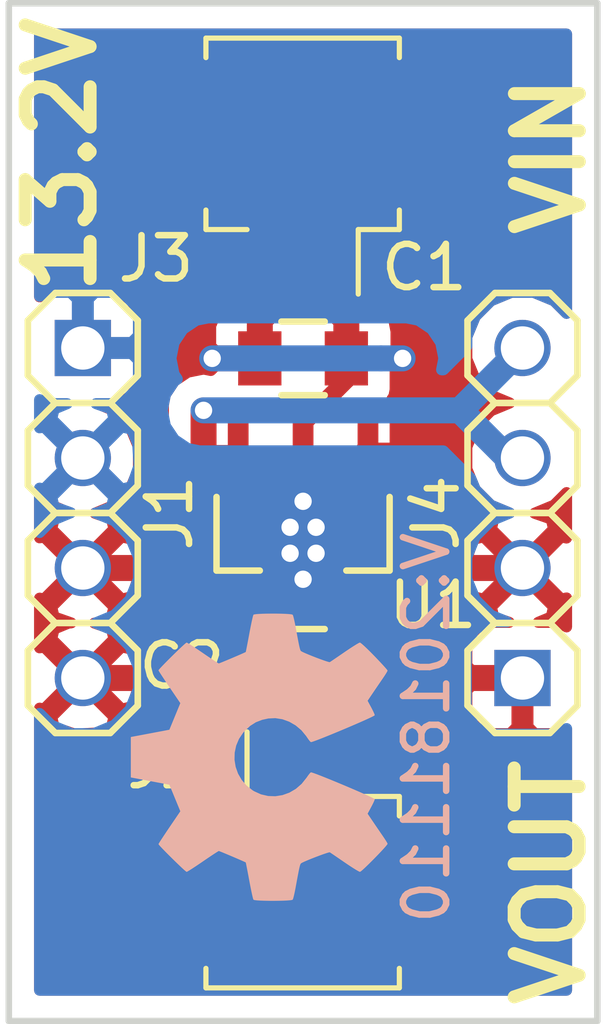
<source format=kicad_pcb>
(kicad_pcb (version 20171130) (host pcbnew 5.0.1-33cea8e~68~ubuntu18.04.1)

  (general
    (thickness 1.6)
    (drawings 7)
    (tracks 48)
    (zones 0)
    (modules 9)
    (nets 4)
  )

  (page A4)
  (layers
    (0 F.Cu signal)
    (31 B.Cu signal)
    (32 B.Adhes user)
    (33 F.Adhes user)
    (34 B.Paste user)
    (35 F.Paste user)
    (36 B.SilkS user)
    (37 F.SilkS user)
    (38 B.Mask user)
    (39 F.Mask user)
    (40 Dwgs.User user)
    (41 Cmts.User user)
    (42 Eco1.User user)
    (43 Eco2.User user)
    (44 Edge.Cuts user)
    (45 Margin user)
    (46 B.CrtYd user)
    (47 F.CrtYd user)
    (48 B.Fab user)
    (49 F.Fab user)
  )

  (setup
    (last_trace_width 0.1524)
    (user_trace_width 0.1524)
    (user_trace_width 0.2)
    (user_trace_width 0.3)
    (user_trace_width 0.4)
    (user_trace_width 0.6)
    (user_trace_width 1)
    (user_trace_width 1.5)
    (user_trace_width 2)
    (trace_clearance 0.1524)
    (zone_clearance 0.508)
    (zone_45_only no)
    (trace_min 0.1524)
    (segment_width 0.2)
    (edge_width 0.15)
    (via_size 0.381)
    (via_drill 0.254)
    (via_min_size 0.381)
    (via_min_drill 0.254)
    (user_via 0.381 0.254)
    (user_via 0.55 0.4)
    (user_via 0.75 0.6)
    (user_via 0.95 0.8)
    (user_via 1.3 1)
    (user_via 1.5 1.2)
    (user_via 1.7 1.4)
    (user_via 1.9 1.6)
    (uvia_size 0.381)
    (uvia_drill 0.254)
    (uvias_allowed no)
    (uvia_min_size 0.381)
    (uvia_min_drill 0.254)
    (pcb_text_width 0.3)
    (pcb_text_size 1.5 1.5)
    (mod_edge_width 0.15)
    (mod_text_size 1 1)
    (mod_text_width 0.15)
    (pad_size 1.524 1.524)
    (pad_drill 0.762)
    (pad_to_mask_clearance 0.1)
    (solder_mask_min_width 0.25)
    (aux_axis_origin 0 0)
    (visible_elements FFFFFF7F)
    (pcbplotparams
      (layerselection 0x010f0_ffffffff)
      (usegerberextensions true)
      (usegerberattributes false)
      (usegerberadvancedattributes false)
      (creategerberjobfile false)
      (excludeedgelayer true)
      (linewidth 0.100000)
      (plotframeref false)
      (viasonmask false)
      (mode 1)
      (useauxorigin false)
      (hpglpennumber 1)
      (hpglpenspeed 20)
      (hpglpendiameter 15.000000)
      (psnegative false)
      (psa4output false)
      (plotreference true)
      (plotvalue true)
      (plotinvisibletext false)
      (padsonsilk false)
      (subtractmaskfromsilk false)
      (outputformat 1)
      (mirror false)
      (drillshape 0)
      (scaleselection 1)
      (outputdirectory "MCP1702_SOT89_breakoutmodule_plots"))
  )

  (net 0 "")
  (net 1 +12V)
  (net 2 GND)
  (net 3 VDD)

  (net_class Default "This is the default net class."
    (clearance 0.1524)
    (trace_width 0.1524)
    (via_dia 0.381)
    (via_drill 0.254)
    (uvia_dia 0.381)
    (uvia_drill 0.254)
    (add_net +12V)
    (add_net GND)
    (add_net VDD)
  )

  (module Symbols:OSHW-Symbol_6.7x6mm_SilkScreen (layer B.Cu) (tedit 0) (tstamp 5A135134)
    (at 134.9 83.1 270)
    (descr "Open Source Hardware Symbol")
    (tags "Logo Symbol OSHW")
    (path /5A135869)
    (attr virtual)
    (fp_text reference N1 (at 0 0 270) (layer B.SilkS) hide
      (effects (font (size 1 1) (thickness 0.15)) (justify mirror))
    )
    (fp_text value OHWLOGO (at 0.75 0 270) (layer B.Fab) hide
      (effects (font (size 1 1) (thickness 0.15)) (justify mirror))
    )
    (fp_poly (pts (xy 0.555814 2.531069) (xy 0.639635 2.086445) (xy 0.94892 1.958947) (xy 1.258206 1.831449)
      (xy 1.629246 2.083754) (xy 1.733157 2.154004) (xy 1.827087 2.216728) (xy 1.906652 2.269062)
      (xy 1.96747 2.308143) (xy 2.005157 2.331107) (xy 2.015421 2.336058) (xy 2.03391 2.323324)
      (xy 2.07342 2.288118) (xy 2.129522 2.234938) (xy 2.197787 2.168282) (xy 2.273786 2.092646)
      (xy 2.353092 2.012528) (xy 2.431275 1.932426) (xy 2.503907 1.856836) (xy 2.566559 1.790255)
      (xy 2.614803 1.737182) (xy 2.64421 1.702113) (xy 2.651241 1.690377) (xy 2.641123 1.66874)
      (xy 2.612759 1.621338) (xy 2.569129 1.552807) (xy 2.513218 1.467785) (xy 2.448006 1.370907)
      (xy 2.410219 1.31565) (xy 2.341343 1.214752) (xy 2.28014 1.123701) (xy 2.229578 1.04703)
      (xy 2.192628 0.989272) (xy 2.172258 0.954957) (xy 2.169197 0.947746) (xy 2.176136 0.927252)
      (xy 2.195051 0.879487) (xy 2.223087 0.811168) (xy 2.257391 0.729011) (xy 2.295109 0.63973)
      (xy 2.333387 0.550042) (xy 2.36937 0.466662) (xy 2.400206 0.396306) (xy 2.423039 0.34569)
      (xy 2.435017 0.321529) (xy 2.435724 0.320578) (xy 2.454531 0.315964) (xy 2.504618 0.305672)
      (xy 2.580793 0.290713) (xy 2.677865 0.272099) (xy 2.790643 0.250841) (xy 2.856442 0.238582)
      (xy 2.97695 0.215638) (xy 3.085797 0.193805) (xy 3.177476 0.174278) (xy 3.246481 0.158252)
      (xy 3.287304 0.146921) (xy 3.295511 0.143326) (xy 3.303548 0.118994) (xy 3.310033 0.064041)
      (xy 3.31497 -0.015108) (xy 3.318364 -0.112026) (xy 3.320218 -0.220287) (xy 3.320538 -0.333465)
      (xy 3.319327 -0.445135) (xy 3.31659 -0.548868) (xy 3.312331 -0.638241) (xy 3.306555 -0.706826)
      (xy 3.299267 -0.748197) (xy 3.294895 -0.75681) (xy 3.268764 -0.767133) (xy 3.213393 -0.781892)
      (xy 3.136107 -0.799352) (xy 3.04423 -0.81778) (xy 3.012158 -0.823741) (xy 2.857524 -0.852066)
      (xy 2.735375 -0.874876) (xy 2.641673 -0.89308) (xy 2.572384 -0.907583) (xy 2.523471 -0.919292)
      (xy 2.490897 -0.929115) (xy 2.470628 -0.937956) (xy 2.458626 -0.946724) (xy 2.456947 -0.948457)
      (xy 2.440184 -0.976371) (xy 2.414614 -1.030695) (xy 2.382788 -1.104777) (xy 2.34726 -1.191965)
      (xy 2.310583 -1.285608) (xy 2.275311 -1.379052) (xy 2.243996 -1.465647) (xy 2.219193 -1.53874)
      (xy 2.203454 -1.591678) (xy 2.199332 -1.617811) (xy 2.199676 -1.618726) (xy 2.213641 -1.640086)
      (xy 2.245322 -1.687084) (xy 2.291391 -1.754827) (xy 2.348518 -1.838423) (xy 2.413373 -1.932982)
      (xy 2.431843 -1.959854) (xy 2.497699 -2.057275) (xy 2.55565 -2.146163) (xy 2.602538 -2.221412)
      (xy 2.635207 -2.27792) (xy 2.6505 -2.310581) (xy 2.651241 -2.314593) (xy 2.638392 -2.335684)
      (xy 2.602888 -2.377464) (xy 2.549293 -2.435445) (xy 2.482171 -2.505135) (xy 2.406087 -2.582045)
      (xy 2.325604 -2.661683) (xy 2.245287 -2.739561) (xy 2.169699 -2.811186) (xy 2.103405 -2.87207)
      (xy 2.050969 -2.917721) (xy 2.016955 -2.94365) (xy 2.007545 -2.947883) (xy 1.985643 -2.937912)
      (xy 1.9408 -2.91102) (xy 1.880321 -2.871736) (xy 1.833789 -2.840117) (xy 1.749475 -2.782098)
      (xy 1.649626 -2.713784) (xy 1.549473 -2.645579) (xy 1.495627 -2.609075) (xy 1.313371 -2.4858)
      (xy 1.160381 -2.56852) (xy 1.090682 -2.604759) (xy 1.031414 -2.632926) (xy 0.991311 -2.648991)
      (xy 0.981103 -2.651226) (xy 0.968829 -2.634722) (xy 0.944613 -2.588082) (xy 0.910263 -2.515609)
      (xy 0.867588 -2.421606) (xy 0.818394 -2.310374) (xy 0.76449 -2.186215) (xy 0.707684 -2.053432)
      (xy 0.649782 -1.916327) (xy 0.592593 -1.779202) (xy 0.537924 -1.646358) (xy 0.487584 -1.522098)
      (xy 0.44338 -1.410725) (xy 0.407119 -1.316539) (xy 0.380609 -1.243844) (xy 0.365658 -1.196941)
      (xy 0.363254 -1.180833) (xy 0.382311 -1.160286) (xy 0.424036 -1.126933) (xy 0.479706 -1.087702)
      (xy 0.484378 -1.084599) (xy 0.628264 -0.969423) (xy 0.744283 -0.835053) (xy 0.83143 -0.685784)
      (xy 0.888699 -0.525913) (xy 0.915086 -0.359737) (xy 0.909585 -0.191552) (xy 0.87119 -0.025655)
      (xy 0.798895 0.133658) (xy 0.777626 0.168513) (xy 0.666996 0.309263) (xy 0.536302 0.422286)
      (xy 0.390064 0.506997) (xy 0.232808 0.562806) (xy 0.069057 0.589126) (xy -0.096667 0.58537)
      (xy -0.259838 0.55095) (xy -0.415935 0.485277) (xy -0.560433 0.387765) (xy -0.605131 0.348187)
      (xy -0.718888 0.224297) (xy -0.801782 0.093876) (xy -0.858644 -0.052315) (xy -0.890313 -0.197088)
      (xy -0.898131 -0.35986) (xy -0.872062 -0.52344) (xy -0.814755 -0.682298) (xy -0.728856 -0.830906)
      (xy -0.617014 -0.963735) (xy -0.481877 -1.075256) (xy -0.464117 -1.087011) (xy -0.40785 -1.125508)
      (xy -0.365077 -1.158863) (xy -0.344628 -1.18016) (xy -0.344331 -1.180833) (xy -0.348721 -1.203871)
      (xy -0.366124 -1.256157) (xy -0.394732 -1.33339) (xy -0.432735 -1.431268) (xy -0.478326 -1.545491)
      (xy -0.529697 -1.671758) (xy -0.585038 -1.805767) (xy -0.642542 -1.943218) (xy -0.700399 -2.079808)
      (xy -0.756802 -2.211237) (xy -0.809942 -2.333205) (xy -0.85801 -2.441409) (xy -0.899199 -2.531549)
      (xy -0.931699 -2.599323) (xy -0.953703 -2.64043) (xy -0.962564 -2.651226) (xy -0.98964 -2.642819)
      (xy -1.040303 -2.620272) (xy -1.105817 -2.587613) (xy -1.141841 -2.56852) (xy -1.294832 -2.4858)
      (xy -1.477088 -2.609075) (xy -1.570125 -2.672228) (xy -1.671985 -2.741727) (xy -1.767438 -2.807165)
      (xy -1.81525 -2.840117) (xy -1.882495 -2.885273) (xy -1.939436 -2.921057) (xy -1.978646 -2.942938)
      (xy -1.991381 -2.947563) (xy -2.009917 -2.935085) (xy -2.050941 -2.900252) (xy -2.110475 -2.846678)
      (xy -2.184542 -2.777983) (xy -2.269165 -2.697781) (xy -2.322685 -2.646286) (xy -2.416319 -2.554286)
      (xy -2.497241 -2.471999) (xy -2.562177 -2.402945) (xy -2.607858 -2.350644) (xy -2.631011 -2.318616)
      (xy -2.633232 -2.312116) (xy -2.622924 -2.287394) (xy -2.594439 -2.237405) (xy -2.550937 -2.167212)
      (xy -2.495577 -2.081875) (xy -2.43152 -1.986456) (xy -2.413303 -1.959854) (xy -2.346927 -1.863167)
      (xy -2.287378 -1.776117) (xy -2.237984 -1.703595) (xy -2.202075 -1.650493) (xy -2.182981 -1.621703)
      (xy -2.181136 -1.618726) (xy -2.183895 -1.595782) (xy -2.198538 -1.545336) (xy -2.222513 -1.474041)
      (xy -2.253266 -1.388547) (xy -2.288244 -1.295507) (xy -2.324893 -1.201574) (xy -2.360661 -1.113399)
      (xy -2.392994 -1.037634) (xy -2.419338 -0.980931) (xy -2.437142 -0.949943) (xy -2.438407 -0.948457)
      (xy -2.449294 -0.939601) (xy -2.467682 -0.930843) (xy -2.497606 -0.921277) (xy -2.543103 -0.909996)
      (xy -2.608209 -0.896093) (xy -2.696961 -0.878663) (xy -2.813393 -0.856798) (xy -2.961542 -0.829591)
      (xy -2.993618 -0.823741) (xy -3.088686 -0.805374) (xy -3.171565 -0.787405) (xy -3.23493 -0.771569)
      (xy -3.271458 -0.7596) (xy -3.276356 -0.75681) (xy -3.284427 -0.732072) (xy -3.290987 -0.67679)
      (xy -3.296033 -0.597389) (xy -3.299559 -0.500296) (xy -3.301561 -0.391938) (xy -3.302036 -0.27874)
      (xy -3.300977 -0.167128) (xy -3.298382 -0.063529) (xy -3.294246 0.025632) (xy -3.288563 0.093928)
      (xy -3.281331 0.134934) (xy -3.276971 0.143326) (xy -3.252698 0.151792) (xy -3.197426 0.165565)
      (xy -3.116662 0.18345) (xy -3.015912 0.204252) (xy -2.900683 0.226777) (xy -2.837902 0.238582)
      (xy -2.718787 0.260849) (xy -2.612565 0.281021) (xy -2.524427 0.298085) (xy -2.459566 0.311031)
      (xy -2.423174 0.318845) (xy -2.417184 0.320578) (xy -2.407061 0.34011) (xy -2.385662 0.387157)
      (xy -2.355839 0.454997) (xy -2.320445 0.536909) (xy -2.282332 0.626172) (xy -2.244353 0.716065)
      (xy -2.20936 0.799865) (xy -2.180206 0.870853) (xy -2.159743 0.922306) (xy -2.150823 0.947503)
      (xy -2.150657 0.948604) (xy -2.160769 0.968481) (xy -2.189117 1.014223) (xy -2.232723 1.081283)
      (xy -2.288606 1.165116) (xy -2.353787 1.261174) (xy -2.391679 1.31635) (xy -2.460725 1.417519)
      (xy -2.52205 1.50937) (xy -2.572663 1.587256) (xy -2.609571 1.646531) (xy -2.629782 1.682549)
      (xy -2.632701 1.690623) (xy -2.620153 1.709416) (xy -2.585463 1.749543) (xy -2.533063 1.806507)
      (xy -2.467384 1.875815) (xy -2.392856 1.952969) (xy -2.313913 2.033475) (xy -2.234983 2.112837)
      (xy -2.1605 2.18656) (xy -2.094894 2.250148) (xy -2.042596 2.299106) (xy -2.008039 2.328939)
      (xy -1.996478 2.336058) (xy -1.977654 2.326047) (xy -1.932631 2.297922) (xy -1.865787 2.254546)
      (xy -1.781499 2.198782) (xy -1.684144 2.133494) (xy -1.610707 2.083754) (xy -1.239667 1.831449)
      (xy -0.621095 2.086445) (xy -0.537275 2.531069) (xy -0.453454 2.975693) (xy 0.471994 2.975693)
      (xy 0.555814 2.531069)) (layer B.SilkS) (width 0.01))
  )

  (module SquantorLabels:Label_version (layer B.Cu) (tedit 5B5A1E49) (tstamp 5B96DD88)
    (at 138.4 83.1 90)
    (path /5A1357A5)
    (fp_text reference N2 (at 0 -1.4 90) (layer B.Fab) hide
      (effects (font (size 1 1) (thickness 0.15)) (justify mirror))
    )
    (fp_text value 20181110 (at -0.022254 0.35183 270) (layer B.SilkS)
      (effects (font (size 1 1) (thickness 0.15)) (justify mirror))
    )
    (fp_text user V: (at 4.5 0.35183 270) (layer B.SilkS)
      (effects (font (size 1 1) (thickness 0.15)) (justify mirror))
    )
  )

  (module SquantorRcl:C_0805 (layer F.Cu) (tedit 5415D6EA) (tstamp 5BFD038B)
    (at 135.9 73.9 180)
    (descr "Capacitor SMD 0805, reflow soldering, AVX (see smccp.pdf)")
    (tags "capacitor 0805")
    (path /5BE4AAB5)
    (attr smd)
    (fp_text reference C1 (at -2.8 2.1 180) (layer F.SilkS)
      (effects (font (size 1 1) (thickness 0.15)))
    )
    (fp_text value C (at 0 2.1 180) (layer F.Fab)
      (effects (font (size 1 1) (thickness 0.15)))
    )
    (fp_line (start -1 0.625) (end -1 -0.625) (layer F.Fab) (width 0.15))
    (fp_line (start 1 0.625) (end -1 0.625) (layer F.Fab) (width 0.15))
    (fp_line (start 1 -0.625) (end 1 0.625) (layer F.Fab) (width 0.15))
    (fp_line (start -1 -0.625) (end 1 -0.625) (layer F.Fab) (width 0.15))
    (fp_line (start -1.8 -1) (end 1.8 -1) (layer F.CrtYd) (width 0.05))
    (fp_line (start -1.8 1) (end 1.8 1) (layer F.CrtYd) (width 0.05))
    (fp_line (start -1.8 -1) (end -1.8 1) (layer F.CrtYd) (width 0.05))
    (fp_line (start 1.8 -1) (end 1.8 1) (layer F.CrtYd) (width 0.05))
    (fp_line (start 0.5 -0.85) (end -0.5 -0.85) (layer F.SilkS) (width 0.15))
    (fp_line (start -0.5 0.85) (end 0.5 0.85) (layer F.SilkS) (width 0.15))
    (pad 1 smd rect (at -1 0 180) (size 1 1.25) (layers F.Cu F.Paste F.Mask)
      (net 1 +12V))
    (pad 2 smd rect (at 1 0 180) (size 1 1.25) (layers F.Cu F.Paste F.Mask)
      (net 2 GND))
    (model Capacitors_SMD.3dshapes/C_0805.wrl
      (at (xyz 0 0 0))
      (scale (xyz 1 1 1))
      (rotate (xyz 0 0 0))
    )
  )

  (module SquantorRcl:C_0805 (layer F.Cu) (tedit 5415D6EA) (tstamp 5BFD039B)
    (at 135.9 81)
    (descr "Capacitor SMD 0805, reflow soldering, AVX (see smccp.pdf)")
    (tags "capacitor 0805")
    (path /5BE4AAF0)
    (attr smd)
    (fp_text reference C2 (at -2.8 0) (layer F.SilkS)
      (effects (font (size 1 1) (thickness 0.15)))
    )
    (fp_text value C (at 0 2.1) (layer F.Fab)
      (effects (font (size 1 1) (thickness 0.15)))
    )
    (fp_line (start -0.5 0.85) (end 0.5 0.85) (layer F.SilkS) (width 0.15))
    (fp_line (start 0.5 -0.85) (end -0.5 -0.85) (layer F.SilkS) (width 0.15))
    (fp_line (start 1.8 -1) (end 1.8 1) (layer F.CrtYd) (width 0.05))
    (fp_line (start -1.8 -1) (end -1.8 1) (layer F.CrtYd) (width 0.05))
    (fp_line (start -1.8 1) (end 1.8 1) (layer F.CrtYd) (width 0.05))
    (fp_line (start -1.8 -1) (end 1.8 -1) (layer F.CrtYd) (width 0.05))
    (fp_line (start -1 -0.625) (end 1 -0.625) (layer F.Fab) (width 0.15))
    (fp_line (start 1 -0.625) (end 1 0.625) (layer F.Fab) (width 0.15))
    (fp_line (start 1 0.625) (end -1 0.625) (layer F.Fab) (width 0.15))
    (fp_line (start -1 0.625) (end -1 -0.625) (layer F.Fab) (width 0.15))
    (pad 2 smd rect (at 1 0) (size 1 1.25) (layers F.Cu F.Paste F.Mask)
      (net 2 GND))
    (pad 1 smd rect (at -1 0) (size 1 1.25) (layers F.Cu F.Paste F.Mask)
      (net 3 VDD))
    (model Capacitors_SMD.3dshapes/C_0805.wrl
      (at (xyz 0 0 0))
      (scale (xyz 1 1 1))
      (rotate (xyz 0 0 0))
    )
  )

  (module SquantorConnectors:Header-0254-1X04-H010 (layer F.Cu) (tedit 5BE5435D) (tstamp 5BFD03C0)
    (at 130.81 77.47 270)
    (descr "PIN HEADER")
    (tags "PIN HEADER")
    (path /5BE4B042)
    (attr virtual)
    (fp_text reference J1 (at 0 -2 270) (layer F.SilkS)
      (effects (font (size 1 1) (thickness 0.15)))
    )
    (fp_text value Conn_01x04 (at 0 2.2 270) (layer F.Fab) hide
      (effects (font (size 1 1) (thickness 0.15)))
    )
    (fp_line (start 0 -0.635) (end 0.635 -1.27) (layer F.SilkS) (width 0.1524))
    (fp_line (start 0.635 -1.27) (end 1.905 -1.27) (layer F.SilkS) (width 0.1524))
    (fp_line (start 1.905 -1.27) (end 2.54 -0.635) (layer F.SilkS) (width 0.1524))
    (fp_line (start 2.54 -0.635) (end 2.54 0.635) (layer F.SilkS) (width 0.1524))
    (fp_line (start 2.54 0.635) (end 1.905 1.27) (layer F.SilkS) (width 0.1524))
    (fp_line (start 1.905 1.27) (end 0.635 1.27) (layer F.SilkS) (width 0.1524))
    (fp_line (start 0.635 1.27) (end 0 0.635) (layer F.SilkS) (width 0.1524))
    (fp_line (start -4.445 -1.27) (end -3.175 -1.27) (layer F.SilkS) (width 0.1524))
    (fp_line (start -3.175 -1.27) (end -2.54 -0.635) (layer F.SilkS) (width 0.1524))
    (fp_line (start -2.54 -0.635) (end -2.54 0.635) (layer F.SilkS) (width 0.1524))
    (fp_line (start -2.54 0.635) (end -3.175 1.27) (layer F.SilkS) (width 0.1524))
    (fp_line (start -2.54 -0.635) (end -1.905 -1.27) (layer F.SilkS) (width 0.1524))
    (fp_line (start -1.905 -1.27) (end -0.635 -1.27) (layer F.SilkS) (width 0.1524))
    (fp_line (start -0.635 -1.27) (end 0 -0.635) (layer F.SilkS) (width 0.1524))
    (fp_line (start 0 -0.635) (end 0 0.635) (layer F.SilkS) (width 0.1524))
    (fp_line (start 0 0.635) (end -0.635 1.27) (layer F.SilkS) (width 0.1524))
    (fp_line (start -0.635 1.27) (end -1.905 1.27) (layer F.SilkS) (width 0.1524))
    (fp_line (start -1.905 1.27) (end -2.54 0.635) (layer F.SilkS) (width 0.1524))
    (fp_line (start -5.08 -0.635) (end -5.08 0.635) (layer F.SilkS) (width 0.1524))
    (fp_line (start -4.445 -1.27) (end -5.08 -0.635) (layer F.SilkS) (width 0.1524))
    (fp_line (start -5.08 0.635) (end -4.445 1.27) (layer F.SilkS) (width 0.1524))
    (fp_line (start -3.175 1.27) (end -4.445 1.27) (layer F.SilkS) (width 0.1524))
    (fp_line (start 3.175 -1.27) (end 4.445 -1.27) (layer F.SilkS) (width 0.1524))
    (fp_line (start 4.445 -1.27) (end 5.08 -0.635) (layer F.SilkS) (width 0.1524))
    (fp_line (start 5.08 -0.635) (end 5.08 0.635) (layer F.SilkS) (width 0.1524))
    (fp_line (start 5.08 0.635) (end 4.445 1.27) (layer F.SilkS) (width 0.1524))
    (fp_line (start 3.175 -1.27) (end 2.54 -0.635) (layer F.SilkS) (width 0.1524))
    (fp_line (start 2.54 0.635) (end 3.175 1.27) (layer F.SilkS) (width 0.1524))
    (fp_line (start 4.445 1.27) (end 3.175 1.27) (layer F.SilkS) (width 0.1524))
    (pad 1 thru_hole rect (at -3.81 0 90) (size 1.3 1.3) (drill 1) (layers *.Cu *.Mask)
      (net 1 +12V))
    (pad 2 thru_hole circle (at -1.27 0 90) (size 1.3 1.3) (drill 1) (layers *.Cu *.Mask)
      (net 1 +12V))
    (pad 3 thru_hole circle (at 1.27 0 90) (size 1.3 1.3) (drill 1) (layers *.Cu *.Mask)
      (net 2 GND))
    (pad 4 thru_hole circle (at 3.81 0 90) (size 1.3 1.3) (drill 1) (layers *.Cu *.Mask)
      (net 2 GND))
  )

  (module Connector_Molex:Molex_PicoBlade_53261-0271_1x02-1MP_P1.25mm_Horizontal (layer F.Cu) (tedit 5BE54363) (tstamp 5BFD0B95)
    (at 135.89 85.725)
    (descr "Molex PicoBlade series connector, 53261-0271 (http://www.molex.com/pdm_docs/sd/532610271_sd.pdf), generated with kicad-footprint-generator")
    (tags "connector Molex PicoBlade top entry")
    (path /5BE4D037)
    (attr smd)
    (fp_text reference J2 (at -3.19 -2.425) (layer F.SilkS)
      (effects (font (size 1 1) (thickness 0.15)))
    )
    (fp_text value Conn_01x02 (at 0 3.8) (layer F.Fab) hide
      (effects (font (size 1 1) (thickness 0.15)))
    )
    (fp_text user %R (at 0 1.9) (layer F.Fab)
      (effects (font (size 1 1) (thickness 0.15)))
    )
    (fp_line (start -0.625 -0.892893) (end -0.125 -1.6) (layer F.Fab) (width 0.1))
    (fp_line (start -1.125 -1.6) (end -0.625 -0.892893) (layer F.Fab) (width 0.1))
    (fp_line (start 4.72 -3.7) (end -4.72 -3.7) (layer F.CrtYd) (width 0.05))
    (fp_line (start 4.72 3.1) (end 4.72 -3.7) (layer F.CrtYd) (width 0.05))
    (fp_line (start -4.72 3.1) (end 4.72 3.1) (layer F.CrtYd) (width 0.05))
    (fp_line (start -4.72 -3.7) (end -4.72 3.1) (layer F.CrtYd) (width 0.05))
    (fp_line (start 3.625 2.2) (end 2.125 2.2) (layer F.Fab) (width 0.1))
    (fp_line (start 3.625 1.6) (end 3.625 2.2) (layer F.Fab) (width 0.1))
    (fp_line (start 3.825 1.4) (end 3.625 1.6) (layer F.Fab) (width 0.1))
    (fp_line (start 3.825 -0.4) (end 3.825 1.4) (layer F.Fab) (width 0.1))
    (fp_line (start 3.625 -0.6) (end 3.825 -0.4) (layer F.Fab) (width 0.1))
    (fp_line (start 2.125 -0.6) (end 3.625 -0.6) (layer F.Fab) (width 0.1))
    (fp_line (start -3.625 2.2) (end -2.125 2.2) (layer F.Fab) (width 0.1))
    (fp_line (start -3.625 1.6) (end -3.625 2.2) (layer F.Fab) (width 0.1))
    (fp_line (start -3.825 1.4) (end -3.625 1.6) (layer F.Fab) (width 0.1))
    (fp_line (start -3.825 -0.4) (end -3.825 1.4) (layer F.Fab) (width 0.1))
    (fp_line (start -3.625 -0.6) (end -3.825 -0.4) (layer F.Fab) (width 0.1))
    (fp_line (start -2.125 -0.6) (end -3.625 -0.6) (layer F.Fab) (width 0.1))
    (fp_line (start 2.125 -1.6) (end 2.125 2.6) (layer F.Fab) (width 0.1))
    (fp_line (start -2.125 -1.6) (end -2.125 2.6) (layer F.Fab) (width 0.1))
    (fp_line (start -2.125 2.6) (end 2.125 2.6) (layer F.Fab) (width 0.1))
    (fp_line (start 2.235 2.71) (end 2.235 2.26) (layer F.SilkS) (width 0.12))
    (fp_line (start -2.235 2.71) (end 2.235 2.71) (layer F.SilkS) (width 0.12))
    (fp_line (start -2.235 2.26) (end -2.235 2.71) (layer F.SilkS) (width 0.12))
    (fp_line (start 2.235 -1.71) (end 1.285 -1.71) (layer F.SilkS) (width 0.12))
    (fp_line (start 2.235 -1.26) (end 2.235 -1.71) (layer F.SilkS) (width 0.12))
    (fp_line (start -1.285 -1.71) (end -1.285 -3.2) (layer F.SilkS) (width 0.12))
    (fp_line (start -2.235 -1.71) (end -1.285 -1.71) (layer F.SilkS) (width 0.12))
    (fp_line (start -2.235 -1.26) (end -2.235 -1.71) (layer F.SilkS) (width 0.12))
    (fp_line (start -2.125 -1.6) (end 2.125 -1.6) (layer F.Fab) (width 0.1))
    (pad MP smd roundrect (at 3.175 0.5) (size 2.1 3) (layers F.Cu F.Paste F.Mask) (roundrect_rratio 0.119048))
    (pad MP smd roundrect (at -3.175 0.5) (size 2.1 3) (layers F.Cu F.Paste F.Mask) (roundrect_rratio 0.119048))
    (pad 2 smd roundrect (at 0.625 -2.4) (size 0.8 1.6) (layers F.Cu F.Paste F.Mask) (roundrect_rratio 0.25)
      (net 2 GND))
    (pad 1 smd roundrect (at -0.625 -2.4) (size 0.8 1.6) (layers F.Cu F.Paste F.Mask) (roundrect_rratio 0.25)
      (net 3 VDD))
    (model ${KISYS3DMOD}/Connector_Molex.3dshapes/Molex_PicoBlade_53261-0271_1x02-1MP_P1.25mm_Horizontal.wrl
      (at (xyz 0 0 0))
      (scale (xyz 1 1 1))
      (rotate (xyz 0 0 0))
    )
  )

  (module Connector_Molex:Molex_PicoBlade_53261-0271_1x02-1MP_P1.25mm_Horizontal (layer F.Cu) (tedit 5BE6B500) (tstamp 5BFD040E)
    (at 135.89 69.215 180)
    (descr "Molex PicoBlade series connector, 53261-0271 (http://www.molex.com/pdm_docs/sd/532610271_sd.pdf), generated with kicad-footprint-generator")
    (tags "connector Molex PicoBlade top entry")
    (path /5BE4C9F1)
    (attr smd)
    (fp_text reference J3 (at 3.39 -2.385 180) (layer F.SilkS)
      (effects (font (size 1 1) (thickness 0.15)))
    )
    (fp_text value Conn_01x02 (at 0 3.8 180) (layer F.Fab) hide
      (effects (font (size 1 1) (thickness 0.15)))
    )
    (fp_line (start -2.125 -1.6) (end 2.125 -1.6) (layer F.Fab) (width 0.1))
    (fp_line (start -2.235 -1.26) (end -2.235 -1.71) (layer F.SilkS) (width 0.12))
    (fp_line (start -2.235 -1.71) (end -1.285 -1.71) (layer F.SilkS) (width 0.12))
    (fp_line (start -1.285 -1.71) (end -1.285 -3.2) (layer F.SilkS) (width 0.12))
    (fp_line (start 2.235 -1.26) (end 2.235 -1.71) (layer F.SilkS) (width 0.12))
    (fp_line (start 2.235 -1.71) (end 1.285 -1.71) (layer F.SilkS) (width 0.12))
    (fp_line (start -2.235 2.26) (end -2.235 2.71) (layer F.SilkS) (width 0.12))
    (fp_line (start -2.235 2.71) (end 2.235 2.71) (layer F.SilkS) (width 0.12))
    (fp_line (start 2.235 2.71) (end 2.235 2.26) (layer F.SilkS) (width 0.12))
    (fp_line (start -2.125 2.6) (end 2.125 2.6) (layer F.Fab) (width 0.1))
    (fp_line (start -2.125 -1.6) (end -2.125 2.6) (layer F.Fab) (width 0.1))
    (fp_line (start 2.125 -1.6) (end 2.125 2.6) (layer F.Fab) (width 0.1))
    (fp_line (start -2.125 -0.6) (end -3.625 -0.6) (layer F.Fab) (width 0.1))
    (fp_line (start -3.625 -0.6) (end -3.825 -0.4) (layer F.Fab) (width 0.1))
    (fp_line (start -3.825 -0.4) (end -3.825 1.4) (layer F.Fab) (width 0.1))
    (fp_line (start -3.825 1.4) (end -3.625 1.6) (layer F.Fab) (width 0.1))
    (fp_line (start -3.625 1.6) (end -3.625 2.2) (layer F.Fab) (width 0.1))
    (fp_line (start -3.625 2.2) (end -2.125 2.2) (layer F.Fab) (width 0.1))
    (fp_line (start 2.125 -0.6) (end 3.625 -0.6) (layer F.Fab) (width 0.1))
    (fp_line (start 3.625 -0.6) (end 3.825 -0.4) (layer F.Fab) (width 0.1))
    (fp_line (start 3.825 -0.4) (end 3.825 1.4) (layer F.Fab) (width 0.1))
    (fp_line (start 3.825 1.4) (end 3.625 1.6) (layer F.Fab) (width 0.1))
    (fp_line (start 3.625 1.6) (end 3.625 2.2) (layer F.Fab) (width 0.1))
    (fp_line (start 3.625 2.2) (end 2.125 2.2) (layer F.Fab) (width 0.1))
    (fp_line (start -4.72 -3.7) (end -4.72 3.1) (layer F.CrtYd) (width 0.05))
    (fp_line (start -4.72 3.1) (end 4.72 3.1) (layer F.CrtYd) (width 0.05))
    (fp_line (start 4.72 3.1) (end 4.72 -3.7) (layer F.CrtYd) (width 0.05))
    (fp_line (start 4.72 -3.7) (end -4.72 -3.7) (layer F.CrtYd) (width 0.05))
    (fp_line (start -1.125 -1.6) (end -0.625 -0.892893) (layer F.Fab) (width 0.1))
    (fp_line (start -0.625 -0.892893) (end -0.125 -1.6) (layer F.Fab) (width 0.1))
    (fp_text user %R (at 0 1.9 180) (layer F.Fab)
      (effects (font (size 1 1) (thickness 0.15)))
    )
    (pad 1 smd roundrect (at -0.625 -2.4 180) (size 0.8 1.6) (layers F.Cu F.Paste F.Mask) (roundrect_rratio 0.25)
      (net 1 +12V))
    (pad 2 smd roundrect (at 0.625 -2.4 180) (size 0.8 1.6) (layers F.Cu F.Paste F.Mask) (roundrect_rratio 0.25)
      (net 2 GND))
    (pad MP smd roundrect (at -3.175 0.5 180) (size 2.1 3) (layers F.Cu F.Paste F.Mask) (roundrect_rratio 0.119048))
    (pad MP smd roundrect (at 3.175 0.5 180) (size 2.1 3) (layers F.Cu F.Paste F.Mask) (roundrect_rratio 0.119048))
    (model ${KISYS3DMOD}/Connector_Molex.3dshapes/Molex_PicoBlade_53261-0271_1x02-1MP_P1.25mm_Horizontal.wrl
      (at (xyz 0 0 0))
      (scale (xyz 1 1 1))
      (rotate (xyz 0 0 0))
    )
  )

  (module SquantorConnectors:Header-0254-1X04-H010 (layer F.Cu) (tedit 5BE54358) (tstamp 5BFD0433)
    (at 140.97 77.47 90)
    (descr "PIN HEADER")
    (tags "PIN HEADER")
    (path /5BE4B50D)
    (attr virtual)
    (fp_text reference J4 (at 0 -2 90) (layer F.SilkS)
      (effects (font (size 1 1) (thickness 0.15)))
    )
    (fp_text value Conn_01x04 (at 0 2.2 90) (layer F.Fab) hide
      (effects (font (size 1 1) (thickness 0.15)))
    )
    (fp_line (start 4.445 1.27) (end 3.175 1.27) (layer F.SilkS) (width 0.1524))
    (fp_line (start 2.54 0.635) (end 3.175 1.27) (layer F.SilkS) (width 0.1524))
    (fp_line (start 3.175 -1.27) (end 2.54 -0.635) (layer F.SilkS) (width 0.1524))
    (fp_line (start 5.08 0.635) (end 4.445 1.27) (layer F.SilkS) (width 0.1524))
    (fp_line (start 5.08 -0.635) (end 5.08 0.635) (layer F.SilkS) (width 0.1524))
    (fp_line (start 4.445 -1.27) (end 5.08 -0.635) (layer F.SilkS) (width 0.1524))
    (fp_line (start 3.175 -1.27) (end 4.445 -1.27) (layer F.SilkS) (width 0.1524))
    (fp_line (start -3.175 1.27) (end -4.445 1.27) (layer F.SilkS) (width 0.1524))
    (fp_line (start -5.08 0.635) (end -4.445 1.27) (layer F.SilkS) (width 0.1524))
    (fp_line (start -4.445 -1.27) (end -5.08 -0.635) (layer F.SilkS) (width 0.1524))
    (fp_line (start -5.08 -0.635) (end -5.08 0.635) (layer F.SilkS) (width 0.1524))
    (fp_line (start -1.905 1.27) (end -2.54 0.635) (layer F.SilkS) (width 0.1524))
    (fp_line (start -0.635 1.27) (end -1.905 1.27) (layer F.SilkS) (width 0.1524))
    (fp_line (start 0 0.635) (end -0.635 1.27) (layer F.SilkS) (width 0.1524))
    (fp_line (start 0 -0.635) (end 0 0.635) (layer F.SilkS) (width 0.1524))
    (fp_line (start -0.635 -1.27) (end 0 -0.635) (layer F.SilkS) (width 0.1524))
    (fp_line (start -1.905 -1.27) (end -0.635 -1.27) (layer F.SilkS) (width 0.1524))
    (fp_line (start -2.54 -0.635) (end -1.905 -1.27) (layer F.SilkS) (width 0.1524))
    (fp_line (start -2.54 0.635) (end -3.175 1.27) (layer F.SilkS) (width 0.1524))
    (fp_line (start -2.54 -0.635) (end -2.54 0.635) (layer F.SilkS) (width 0.1524))
    (fp_line (start -3.175 -1.27) (end -2.54 -0.635) (layer F.SilkS) (width 0.1524))
    (fp_line (start -4.445 -1.27) (end -3.175 -1.27) (layer F.SilkS) (width 0.1524))
    (fp_line (start 0.635 1.27) (end 0 0.635) (layer F.SilkS) (width 0.1524))
    (fp_line (start 1.905 1.27) (end 0.635 1.27) (layer F.SilkS) (width 0.1524))
    (fp_line (start 2.54 0.635) (end 1.905 1.27) (layer F.SilkS) (width 0.1524))
    (fp_line (start 2.54 -0.635) (end 2.54 0.635) (layer F.SilkS) (width 0.1524))
    (fp_line (start 1.905 -1.27) (end 2.54 -0.635) (layer F.SilkS) (width 0.1524))
    (fp_line (start 0.635 -1.27) (end 1.905 -1.27) (layer F.SilkS) (width 0.1524))
    (fp_line (start 0 -0.635) (end 0.635 -1.27) (layer F.SilkS) (width 0.1524))
    (pad 4 thru_hole circle (at 3.81 0 270) (size 1.3 1.3) (drill 1) (layers *.Cu *.Mask)
      (net 3 VDD))
    (pad 3 thru_hole circle (at 1.27 0 270) (size 1.3 1.3) (drill 1) (layers *.Cu *.Mask)
      (net 3 VDD))
    (pad 2 thru_hole circle (at -1.27 0 270) (size 1.3 1.3) (drill 1) (layers *.Cu *.Mask)
      (net 2 GND))
    (pad 1 thru_hole rect (at -3.81 0 270) (size 1.3 1.3) (drill 1) (layers *.Cu *.Mask)
      (net 2 GND))
  )

  (module SquantorIC:SOT89-ViaTab-Microchip-MB (layer F.Cu) (tedit 5BE54371) (tstamp 5BFD0ACF)
    (at 135.9 76.1 180)
    (path /5BE4AA1E)
    (fp_text reference U1 (at -3 -3.5 180) (layer F.SilkS)
      (effects (font (size 1 1) (thickness 0.15)))
    )
    (fp_text value MCP1702-MB (at 0 2 180) (layer F.Fab) hide
      (effects (font (size 1 1) (thickness 0.15)))
    )
    (fp_line (start 2 -2.7) (end 2 -1) (layer F.SilkS) (width 0.15))
    (fp_line (start 1 -2.7) (end 2 -2.7) (layer F.SilkS) (width 0.15))
    (fp_line (start -2 -2.7) (end -1 -2.7) (layer F.SilkS) (width 0.15))
    (fp_line (start -2 -1) (end -2 -2.7) (layer F.SilkS) (width 0.15))
    (pad 1 smd rect (at -1.5 0 180) (size 0.48 1.4) (layers F.Cu F.Paste F.Mask)
      (net 2 GND))
    (pad 2 smd rect (at 0 0 180) (size 0.48 1.4) (layers F.Cu F.Paste F.Mask)
      (net 1 +12V))
    (pad 3 smd rect (at 1.5 0 180) (size 0.48 1.4) (layers F.Cu F.Paste F.Mask)
      (net 3 VDD))
    (pad TAB smd oval (at 0 -2 180) (size 1.2 2.85) (layers F.Cu F.Paste F.Mask)
      (net 1 +12V) (zone_connect 2))
    (pad TAB thru_hole rect (at -0.3 -1.7 180) (size 0.6 0.6) (drill 0.4) (layers *.Cu *.Mask)
      (net 1 +12V) (zone_connect 2))
    (pad TAB thru_hole rect (at 0.3 -1.7 180) (size 0.6 0.6) (drill 0.4) (layers *.Cu *.Mask)
      (net 1 +12V) (zone_connect 2))
    (pad TAB thru_hole rect (at 0.3 -2.3 180) (size 0.6 0.6) (drill 0.4) (layers *.Cu *.Mask)
      (net 1 +12V) (zone_connect 2))
    (pad TAB thru_hole rect (at -0.3 -2.3 180) (size 0.6 0.6) (drill 0.4) (layers *.Cu *.Mask)
      (net 1 +12V) (zone_connect 2))
    (pad TAB thru_hole rect (at 0 -2.9 180) (size 0.6 0.6) (drill 0.4) (layers *.Cu *.Mask)
      (net 1 +12V) (zone_connect 2))
    (pad TAB thru_hole rect (at 0 -1.1 180) (size 0.6 0.6) (drill 0.4) (layers *.Cu *.Mask)
      (net 1 +12V) (zone_connect 2))
  )

  (gr_text VOUT (at 141.6 86 90) (layer F.SilkS)
    (effects (font (size 1.5 1.5) (thickness 0.3)))
  )
  (gr_text 13.2V (at 130.3 69.2 90) (layer F.SilkS)
    (effects (font (size 1.5 1.5) (thickness 0.3)))
  )
  (gr_text VIN (at 141.605 69.215 90) (layer F.SilkS)
    (effects (font (size 1.5 1.5) (thickness 0.3)))
  )
  (gr_line (start 142.7 65.7) (end 142.7 89.2) (layer Edge.Cuts) (width 0.15))
  (gr_line (start 129.1 89.2) (end 129.1 65.7) (layer Edge.Cuts) (width 0.15))
  (gr_line (start 142.7 65.7) (end 129.1 65.7) (layer Edge.Cuts) (width 0.15))
  (gr_line (start 129.1 89.2) (end 142.7 89.2) (layer Edge.Cuts) (width 0.15))

  (segment (start 136.515 71.615) (end 136.515 72.615) (width 0.6) (layer F.Cu) (net 1))
  (segment (start 136.9 73) (end 136.9 73.9) (width 0.6) (layer F.Cu) (net 1))
  (segment (start 136.515 72.615) (end 136.9 73) (width 0.6) (layer F.Cu) (net 1))
  (segment (start 136.9 73.9) (end 136.9 74.4) (width 0.4) (layer F.Cu) (net 1))
  (segment (start 135.9 75.4) (end 135.9 76.1) (width 0.4) (layer F.Cu) (net 1))
  (segment (start 136.9 74.4) (end 135.9 75.4) (width 0.4) (layer F.Cu) (net 1))
  (segment (start 135.9 76.1) (end 135.9 78.1) (width 0.4) (layer F.Cu) (net 1))
  (segment (start 135.265 71.615) (end 135.265 72.635) (width 0.6) (layer F.Cu) (net 2))
  (segment (start 134.9 73) (end 134.9 73.9) (width 0.6) (layer F.Cu) (net 2))
  (segment (start 135.265 72.635) (end 134.9 73) (width 0.6) (layer F.Cu) (net 2))
  (segment (start 134.9 73.9) (end 133.8 73.9) (width 0.6) (layer F.Cu) (net 2))
  (via (at 133.8 73.9) (size 0.55) (drill 0.4) (layers F.Cu B.Cu) (net 2))
  (segment (start 133.8 73.9) (end 137.7 73.9) (width 0.6) (layer B.Cu) (net 2))
  (segment (start 136.515 83.325) (end 136.515 82.285) (width 0.6) (layer F.Cu) (net 2))
  (segment (start 136.9 81.9) (end 136.9 81) (width 0.6) (layer F.Cu) (net 2))
  (segment (start 136.515 82.285) (end 136.9 81.9) (width 0.6) (layer F.Cu) (net 2))
  (segment (start 132.12 81.28) (end 130.81 81.28) (width 0.6) (layer F.Cu) (net 2))
  (segment (start 133.8 73.9) (end 133.2 73.9) (width 0.6) (layer F.Cu) (net 2))
  (segment (start 132.5 80.9) (end 132.12 81.28) (width 0.6) (layer F.Cu) (net 2))
  (segment (start 133.2 73.9) (end 132.5 74.6) (width 0.6) (layer F.Cu) (net 2))
  (segment (start 132.46 78.74) (end 132.5 78.7) (width 0.6) (layer F.Cu) (net 2))
  (segment (start 130.81 78.74) (end 132.46 78.74) (width 0.6) (layer F.Cu) (net 2))
  (segment (start 132.5 74.6) (end 132.5 78.7) (width 0.6) (layer F.Cu) (net 2))
  (segment (start 132.5 78.7) (end 132.5 80.9) (width 0.6) (layer F.Cu) (net 2))
  (segment (start 137.7 73.9) (end 138.2 73.9) (width 0.6) (layer B.Cu) (net 2))
  (via (at 138.2 73.9) (size 0.55) (drill 0.4) (layers F.Cu B.Cu) (net 2))
  (segment (start 138.2 81) (end 136.9 81) (width 0.6) (layer F.Cu) (net 2))
  (segment (start 138.48 81.28) (end 138.2 81) (width 0.6) (layer F.Cu) (net 2))
  (segment (start 140.97 81.28) (end 138.48 81.28) (width 0.6) (layer F.Cu) (net 2))
  (segment (start 140.97 78.74) (end 138.26 78.74) (width 0.6) (layer F.Cu) (net 2))
  (segment (start 138.26 78.74) (end 138.2 78.8) (width 0.6) (layer F.Cu) (net 2))
  (segment (start 138.2 78.8) (end 138.2 81) (width 0.6) (layer F.Cu) (net 2))
  (segment (start 137.4 76.1) (end 138.2 76.1) (width 0.4) (layer F.Cu) (net 2))
  (segment (start 138.2 73.9) (end 138.2 76.1) (width 0.6) (layer F.Cu) (net 2))
  (segment (start 138.2 76.1) (end 138.2 78.8) (width 0.6) (layer F.Cu) (net 2))
  (segment (start 134.9 81.9) (end 134.9 81) (width 0.6) (layer F.Cu) (net 3))
  (segment (start 135.265 83.325) (end 135.265 82.265) (width 0.6) (layer F.Cu) (net 3))
  (segment (start 135.265 82.265) (end 134.9 81.9) (width 0.6) (layer F.Cu) (net 3))
  (segment (start 134.4 76.1) (end 133.8 76.1) (width 0.4) (layer F.Cu) (net 3))
  (segment (start 133.6 76.3) (end 133.6 80.7) (width 0.6) (layer F.Cu) (net 3))
  (segment (start 133.9 81) (end 134.9 81) (width 0.6) (layer F.Cu) (net 3))
  (segment (start 133.6 80.7) (end 133.9 81) (width 0.6) (layer F.Cu) (net 3))
  (segment (start 133.6 76.3) (end 133.6 75.1) (width 0.6) (layer F.Cu) (net 3))
  (via (at 133.6 75.1) (size 0.55) (drill 0.4) (layers F.Cu B.Cu) (net 3))
  (segment (start 139.53 75.1) (end 140.97 73.66) (width 0.6) (layer B.Cu) (net 3))
  (segment (start 133.6 75.1) (end 139.53 75.1) (width 0.6) (layer B.Cu) (net 3))
  (segment (start 140.63 76.2) (end 139.53 75.1) (width 0.6) (layer B.Cu) (net 3))
  (segment (start 140.97 76.2) (end 140.63 76.2) (width 0.6) (layer B.Cu) (net 3))

  (zone (net 1) (net_name +12V) (layer B.Cu) (tstamp 5BE54D65) (hatch edge 0.508)
    (connect_pads (clearance 0.508))
    (min_thickness 0.254)
    (fill yes (arc_segments 16) (thermal_gap 0.508) (thermal_bridge_width 0.508))
    (polygon
      (pts
        (xy 129.1 65.7) (xy 142.7 65.7) (xy 142.7 89.2) (xy 129.1 89.2)
      )
    )
    (filled_polygon
      (pts
        (xy 141.99 72.862735) (xy 141.697894 72.570629) (xy 141.225602 72.375) (xy 140.714398 72.375) (xy 140.242106 72.570629)
        (xy 139.880629 72.932106) (xy 139.685 73.404398) (xy 139.685 73.622711) (xy 139.142711 74.165) (xy 139.100605 74.165)
        (xy 139.153317 73.9) (xy 139.08075 73.535181) (xy 138.874097 73.225903) (xy 138.564819 73.01925) (xy 138.292086 72.965)
        (xy 133.707914 72.965) (xy 133.435181 73.01925) (xy 133.125903 73.225903) (xy 132.91925 73.535181) (xy 132.846683 73.9)
        (xy 132.91925 74.264819) (xy 132.995715 74.379256) (xy 132.925903 74.425903) (xy 132.71925 74.735181) (xy 132.646683 75.1)
        (xy 132.71925 75.464819) (xy 132.925903 75.774097) (xy 133.235181 75.98075) (xy 133.507914 76.035) (xy 139.142711 76.035)
        (xy 139.771046 76.663335) (xy 139.880629 76.927894) (xy 140.242106 77.289371) (xy 140.678185 77.47) (xy 140.242106 77.650629)
        (xy 139.880629 78.012106) (xy 139.685 78.484398) (xy 139.685 78.995602) (xy 139.880629 79.467894) (xy 140.242106 79.829371)
        (xy 140.611938 79.98256) (xy 140.32 79.98256) (xy 140.072235 80.031843) (xy 139.862191 80.172191) (xy 139.721843 80.382235)
        (xy 139.67256 80.63) (xy 139.67256 81.93) (xy 139.721843 82.177765) (xy 139.862191 82.387809) (xy 140.072235 82.528157)
        (xy 140.32 82.57744) (xy 141.62 82.57744) (xy 141.867765 82.528157) (xy 141.990001 82.446481) (xy 141.990001 88.49)
        (xy 129.81 88.49) (xy 129.81 82.097265) (xy 130.082106 82.369371) (xy 130.554398 82.565) (xy 131.065602 82.565)
        (xy 131.537894 82.369371) (xy 131.899371 82.007894) (xy 132.095 81.535602) (xy 132.095 81.024398) (xy 131.899371 80.552106)
        (xy 131.537894 80.190629) (xy 131.101815 80.01) (xy 131.537894 79.829371) (xy 131.899371 79.467894) (xy 132.095 78.995602)
        (xy 132.095 78.484398) (xy 131.899371 78.012106) (xy 131.537894 77.650629) (xy 131.102366 77.470228) (xy 131.139428 77.468083)
        (xy 131.473729 77.329611) (xy 131.52941 77.099016) (xy 130.81 76.379605) (xy 130.09059 77.099016) (xy 130.146271 77.329611)
        (xy 130.532574 77.46404) (xy 130.082106 77.650629) (xy 129.81 77.922735) (xy 129.81 76.895026) (xy 129.910984 76.91941)
        (xy 130.630395 76.2) (xy 130.989605 76.2) (xy 131.709016 76.91941) (xy 131.939611 76.863729) (xy 132.107622 76.380922)
        (xy 132.078083 75.870572) (xy 131.939611 75.536271) (xy 131.709016 75.48059) (xy 130.989605 76.2) (xy 130.630395 76.2)
        (xy 129.910984 75.48059) (xy 129.81 75.504974) (xy 129.81 74.852344) (xy 130.03369 74.945) (xy 130.448987 74.945)
        (xy 130.146271 75.070389) (xy 130.09059 75.300984) (xy 130.81 76.020395) (xy 131.52941 75.300984) (xy 131.473729 75.070389)
        (xy 131.113403 74.945) (xy 131.58631 74.945) (xy 131.819699 74.848327) (xy 131.998327 74.669698) (xy 132.095 74.436309)
        (xy 132.095 73.94575) (xy 131.93625 73.787) (xy 130.937 73.787) (xy 130.937 73.807) (xy 130.683 73.807)
        (xy 130.683 73.787) (xy 130.663 73.787) (xy 130.663 73.533) (xy 130.683 73.533) (xy 130.683 72.53375)
        (xy 130.937 72.53375) (xy 130.937 73.533) (xy 131.93625 73.533) (xy 132.095 73.37425) (xy 132.095 72.883691)
        (xy 131.998327 72.650302) (xy 131.819699 72.471673) (xy 131.58631 72.375) (xy 131.09575 72.375) (xy 130.937 72.53375)
        (xy 130.683 72.53375) (xy 130.52425 72.375) (xy 130.03369 72.375) (xy 129.81 72.467656) (xy 129.81 66.41)
        (xy 141.99 66.41)
      )
    )
  )
  (zone (net 2) (net_name GND) (layer F.Cu) (tstamp 5BE54D62) (hatch edge 0.508)
    (connect_pads (clearance 0.508))
    (min_thickness 0.254)
    (fill yes (arc_segments 16) (thermal_gap 0.508) (thermal_bridge_width 0.508))
    (polygon
      (pts
        (xy 129.1 65.7) (xy 142.7 65.7) (xy 142.7 89.2) (xy 129.1 89.2)
      )
    )
    (filled_polygon
      (pts
        (xy 141.99 72.862735) (xy 141.697894 72.570629) (xy 141.225602 72.375) (xy 140.714398 72.375) (xy 140.242106 72.570629)
        (xy 139.880629 72.932106) (xy 139.685 73.404398) (xy 139.685 73.915602) (xy 139.880629 74.387894) (xy 140.242106 74.749371)
        (xy 140.678185 74.93) (xy 140.242106 75.110629) (xy 139.880629 75.472106) (xy 139.685 75.944398) (xy 139.685 76.455602)
        (xy 139.880629 76.927894) (xy 140.242106 77.289371) (xy 140.677634 77.469772) (xy 140.640572 77.471917) (xy 140.306271 77.610389)
        (xy 140.25059 77.840984) (xy 140.97 78.560395) (xy 141.68941 77.840984) (xy 141.633729 77.610389) (xy 141.247426 77.47596)
        (xy 141.697894 77.289371) (xy 141.99 76.997265) (xy 141.990001 78.049804) (xy 141.869016 78.02059) (xy 141.149605 78.74)
        (xy 141.869016 79.45941) (xy 141.990001 79.430196) (xy 141.990001 80.101975) (xy 141.979699 80.091673) (xy 141.74631 79.995)
        (xy 141.331013 79.995) (xy 141.633729 79.869611) (xy 141.68941 79.639016) (xy 140.97 78.919605) (xy 140.25059 79.639016)
        (xy 140.306271 79.869611) (xy 140.666597 79.995) (xy 140.19369 79.995) (xy 139.960301 80.091673) (xy 139.781673 80.270302)
        (xy 139.685 80.503691) (xy 139.685 80.99425) (xy 139.84375 81.153) (xy 140.843 81.153) (xy 140.843 81.133)
        (xy 141.097 81.133) (xy 141.097 81.153) (xy 141.117 81.153) (xy 141.117 81.407) (xy 141.097 81.407)
        (xy 141.097 82.40625) (xy 141.25575 82.565) (xy 141.74631 82.565) (xy 141.979699 82.468327) (xy 141.990001 82.458025)
        (xy 141.990001 88.49) (xy 129.81 88.49) (xy 129.81 84.975) (xy 131.01756 84.975) (xy 131.01756 87.475)
        (xy 131.085874 87.818435) (xy 131.280414 88.109586) (xy 131.571565 88.304126) (xy 131.915 88.37244) (xy 133.515 88.37244)
        (xy 133.858435 88.304126) (xy 134.149586 88.109586) (xy 134.344126 87.818435) (xy 134.41244 87.475) (xy 134.41244 84.975)
        (xy 137.36756 84.975) (xy 137.36756 87.475) (xy 137.435874 87.818435) (xy 137.630414 88.109586) (xy 137.921565 88.304126)
        (xy 138.265 88.37244) (xy 139.865 88.37244) (xy 140.208435 88.304126) (xy 140.499586 88.109586) (xy 140.694126 87.818435)
        (xy 140.76244 87.475) (xy 140.76244 84.975) (xy 140.694126 84.631565) (xy 140.499586 84.340414) (xy 140.208435 84.145874)
        (xy 139.865 84.07756) (xy 138.265 84.07756) (xy 137.921565 84.145874) (xy 137.630414 84.340414) (xy 137.435874 84.631565)
        (xy 137.36756 84.975) (xy 134.41244 84.975) (xy 134.344126 84.631565) (xy 134.149586 84.340414) (xy 133.858435 84.145874)
        (xy 133.515 84.07756) (xy 131.915 84.07756) (xy 131.571565 84.145874) (xy 131.280414 84.340414) (xy 131.085874 84.631565)
        (xy 131.01756 84.975) (xy 129.81 84.975) (xy 129.81 82.179016) (xy 130.09059 82.179016) (xy 130.146271 82.409611)
        (xy 130.629078 82.577622) (xy 131.139428 82.548083) (xy 131.473729 82.409611) (xy 131.52941 82.179016) (xy 130.81 81.459605)
        (xy 130.09059 82.179016) (xy 129.81 82.179016) (xy 129.81 81.975026) (xy 129.910984 81.99941) (xy 130.630395 81.28)
        (xy 130.989605 81.28) (xy 131.709016 81.99941) (xy 131.939611 81.943729) (xy 132.107622 81.460922) (xy 132.078083 80.950572)
        (xy 131.974293 80.7) (xy 132.646683 80.7) (xy 132.71925 81.064818) (xy 132.86303 81.28) (xy 132.925904 81.374097)
        (xy 133.00397 81.426259) (xy 133.173739 81.596028) (xy 133.225903 81.674097) (xy 133.535181 81.88075) (xy 133.807914 81.935)
        (xy 133.848871 81.943147) (xy 133.942191 82.082809) (xy 133.989309 82.114292) (xy 134.01925 82.264818) (xy 134.225903 82.574097)
        (xy 134.245034 82.58688) (xy 134.21756 82.725) (xy 134.21756 83.925) (xy 134.282068 84.249301) (xy 134.465769 84.524231)
        (xy 134.740699 84.707932) (xy 135.065 84.77244) (xy 135.465 84.77244) (xy 135.789301 84.707932) (xy 135.8175 84.68909)
        (xy 135.988691 84.76) (xy 136.22925 84.76) (xy 136.388 84.60125) (xy 136.388 83.452) (xy 136.642 83.452)
        (xy 136.642 84.60125) (xy 136.80075 84.76) (xy 137.041309 84.76) (xy 137.274698 84.663327) (xy 137.453327 84.484699)
        (xy 137.55 84.25131) (xy 137.55 83.61075) (xy 137.39125 83.452) (xy 136.642 83.452) (xy 136.388 83.452)
        (xy 136.368 83.452) (xy 136.368 83.198) (xy 136.388 83.198) (xy 136.388 83.178) (xy 136.642 83.178)
        (xy 136.642 83.198) (xy 137.39125 83.198) (xy 137.55 83.03925) (xy 137.55 82.39869) (xy 137.492553 82.26)
        (xy 137.526309 82.26) (xy 137.759698 82.163327) (xy 137.938327 81.984699) (xy 138.035 81.75131) (xy 138.035 81.56575)
        (xy 139.685 81.56575) (xy 139.685 82.056309) (xy 139.781673 82.289698) (xy 139.960301 82.468327) (xy 140.19369 82.565)
        (xy 140.68425 82.565) (xy 140.843 82.40625) (xy 140.843 81.407) (xy 139.84375 81.407) (xy 139.685 81.56575)
        (xy 138.035 81.56575) (xy 138.035 81.28575) (xy 137.87625 81.127) (xy 137.027 81.127) (xy 137.027 81.147)
        (xy 136.773 81.147) (xy 136.773 81.127) (xy 136.753 81.127) (xy 136.753 80.873) (xy 136.773 80.873)
        (xy 136.773 79.89875) (xy 137.027 79.89875) (xy 137.027 80.873) (xy 137.87625 80.873) (xy 138.035 80.71425)
        (xy 138.035 80.24869) (xy 137.938327 80.015301) (xy 137.759698 79.836673) (xy 137.526309 79.74) (xy 137.18575 79.74)
        (xy 137.027 79.89875) (xy 136.773 79.89875) (xy 136.72999 79.85574) (xy 136.790385 79.815385) (xy 137.063344 79.406873)
        (xy 137.135 79.046636) (xy 137.135 78.762541) (xy 137.14744 78.7) (xy 137.14744 78.559078) (xy 139.672378 78.559078)
        (xy 139.701917 79.069428) (xy 139.840389 79.403729) (xy 140.070984 79.45941) (xy 140.790395 78.74) (xy 140.070984 78.02059)
        (xy 139.840389 78.076271) (xy 139.672378 78.559078) (xy 137.14744 78.559078) (xy 137.14744 77.5) (xy 137.135 77.437459)
        (xy 137.135 77.42125) (xy 137.28 77.27625) (xy 137.28 76.227) (xy 137.52 76.227) (xy 137.52 77.27625)
        (xy 137.67875 77.435) (xy 137.766309 77.435) (xy 137.999698 77.338327) (xy 138.178327 77.159699) (xy 138.275 76.92631)
        (xy 138.275 76.38575) (xy 138.11625 76.227) (xy 137.52 76.227) (xy 137.28 76.227) (xy 137.253 76.227)
        (xy 137.253 75.973) (xy 137.28 75.973) (xy 137.28 75.953) (xy 137.52 75.953) (xy 137.52 75.973)
        (xy 138.11625 75.973) (xy 138.275 75.81425) (xy 138.275 75.27369) (xy 138.178327 75.040301) (xy 137.999698 74.861673)
        (xy 137.951962 74.8419) (xy 137.998157 74.772765) (xy 138.04744 74.525) (xy 138.04744 73.275) (xy 137.998157 73.027235)
        (xy 137.857809 72.817191) (xy 137.810692 72.785708) (xy 137.78075 72.635181) (xy 137.574097 72.325903) (xy 137.544335 72.306017)
        (xy 137.56244 72.215) (xy 137.56244 71.015) (xy 137.497932 70.690699) (xy 137.314231 70.415769) (xy 137.039301 70.232068)
        (xy 136.715 70.16756) (xy 136.315 70.16756) (xy 135.990699 70.232068) (xy 135.9625 70.25091) (xy 135.791309 70.18)
        (xy 135.55075 70.18) (xy 135.392 70.33875) (xy 135.392 71.488) (xy 135.412 71.488) (xy 135.412 71.742)
        (xy 135.392 71.742) (xy 135.392 71.762) (xy 135.138 71.762) (xy 135.138 71.742) (xy 134.38875 71.742)
        (xy 134.23 71.90075) (xy 134.23 72.54131) (xy 134.271291 72.640994) (xy 134.040302 72.736673) (xy 133.861673 72.915301)
        (xy 133.765 73.14869) (xy 133.765 73.61425) (xy 133.92375 73.773) (xy 134.773 73.773) (xy 134.773 73.753)
        (xy 135.027 73.753) (xy 135.027 73.773) (xy 135.047 73.773) (xy 135.047 74.027) (xy 135.027 74.027)
        (xy 135.027 74.047) (xy 134.773 74.047) (xy 134.773 74.027) (xy 133.92375 74.027) (xy 133.77021 74.18054)
        (xy 133.6 74.146683) (xy 133.235182 74.21925) (xy 132.925904 74.425903) (xy 132.719251 74.735181) (xy 132.665001 75.007914)
        (xy 132.665 76.207914) (xy 132.665 76.207915) (xy 132.665001 80.60791) (xy 132.646683 80.7) (xy 131.974293 80.7)
        (xy 131.939611 80.616271) (xy 131.709016 80.56059) (xy 130.989605 81.28) (xy 130.630395 81.28) (xy 129.910984 80.56059)
        (xy 129.81 80.584974) (xy 129.81 79.639016) (xy 130.09059 79.639016) (xy 130.146271 79.869611) (xy 130.544566 80.008213)
        (xy 130.480572 80.011917) (xy 130.146271 80.150389) (xy 130.09059 80.380984) (xy 130.81 81.100395) (xy 131.52941 80.380984)
        (xy 131.473729 80.150389) (xy 131.075434 80.011787) (xy 131.139428 80.008083) (xy 131.473729 79.869611) (xy 131.52941 79.639016)
        (xy 130.81 78.919605) (xy 130.09059 79.639016) (xy 129.81 79.639016) (xy 129.81 79.435026) (xy 129.910984 79.45941)
        (xy 130.630395 78.74) (xy 130.989605 78.74) (xy 131.709016 79.45941) (xy 131.939611 79.403729) (xy 132.107622 78.920922)
        (xy 132.078083 78.410572) (xy 131.939611 78.076271) (xy 131.709016 78.02059) (xy 130.989605 78.74) (xy 130.630395 78.74)
        (xy 129.910984 78.02059) (xy 129.81 78.044974) (xy 129.81 77.017265) (xy 130.082106 77.289371) (xy 130.517634 77.469772)
        (xy 130.480572 77.471917) (xy 130.146271 77.610389) (xy 130.09059 77.840984) (xy 130.81 78.560395) (xy 131.52941 77.840984)
        (xy 131.473729 77.610389) (xy 131.087426 77.47596) (xy 131.537894 77.289371) (xy 131.899371 76.927894) (xy 132.095 76.455602)
        (xy 132.095 75.944398) (xy 131.899371 75.472106) (xy 131.537894 75.110629) (xy 131.168062 74.95744) (xy 131.46 74.95744)
        (xy 131.707765 74.908157) (xy 131.917809 74.767809) (xy 132.058157 74.557765) (xy 132.10744 74.31) (xy 132.10744 73.01)
        (xy 132.058157 72.762235) (xy 131.917809 72.552191) (xy 131.707765 72.411843) (xy 131.46 72.36256) (xy 130.16 72.36256)
        (xy 129.912235 72.411843) (xy 129.81 72.480155) (xy 129.81 67.465) (xy 131.01756 67.465) (xy 131.01756 69.965)
        (xy 131.085874 70.308435) (xy 131.280414 70.599586) (xy 131.571565 70.794126) (xy 131.915 70.86244) (xy 133.515 70.86244)
        (xy 133.858435 70.794126) (xy 134.016231 70.68869) (xy 134.23 70.68869) (xy 134.23 71.32925) (xy 134.38875 71.488)
        (xy 135.138 71.488) (xy 135.138 70.33875) (xy 134.97925 70.18) (xy 134.738691 70.18) (xy 134.505302 70.276673)
        (xy 134.326673 70.455301) (xy 134.23 70.68869) (xy 134.016231 70.68869) (xy 134.149586 70.599586) (xy 134.344126 70.308435)
        (xy 134.41244 69.965) (xy 134.41244 67.465) (xy 137.36756 67.465) (xy 137.36756 69.965) (xy 137.435874 70.308435)
        (xy 137.630414 70.599586) (xy 137.921565 70.794126) (xy 138.265 70.86244) (xy 139.865 70.86244) (xy 140.208435 70.794126)
        (xy 140.499586 70.599586) (xy 140.694126 70.308435) (xy 140.76244 69.965) (xy 140.76244 67.465) (xy 140.694126 67.121565)
        (xy 140.499586 66.830414) (xy 140.208435 66.635874) (xy 139.865 66.56756) (xy 138.265 66.56756) (xy 137.921565 66.635874)
        (xy 137.630414 66.830414) (xy 137.435874 67.121565) (xy 137.36756 67.465) (xy 134.41244 67.465) (xy 134.344126 67.121565)
        (xy 134.149586 66.830414) (xy 133.858435 66.635874) (xy 133.515 66.56756) (xy 131.915 66.56756) (xy 131.571565 66.635874)
        (xy 131.280414 66.830414) (xy 131.085874 67.121565) (xy 131.01756 67.465) (xy 129.81 67.465) (xy 129.81 66.41)
        (xy 141.99 66.41)
      )
    )
  )
)

</source>
